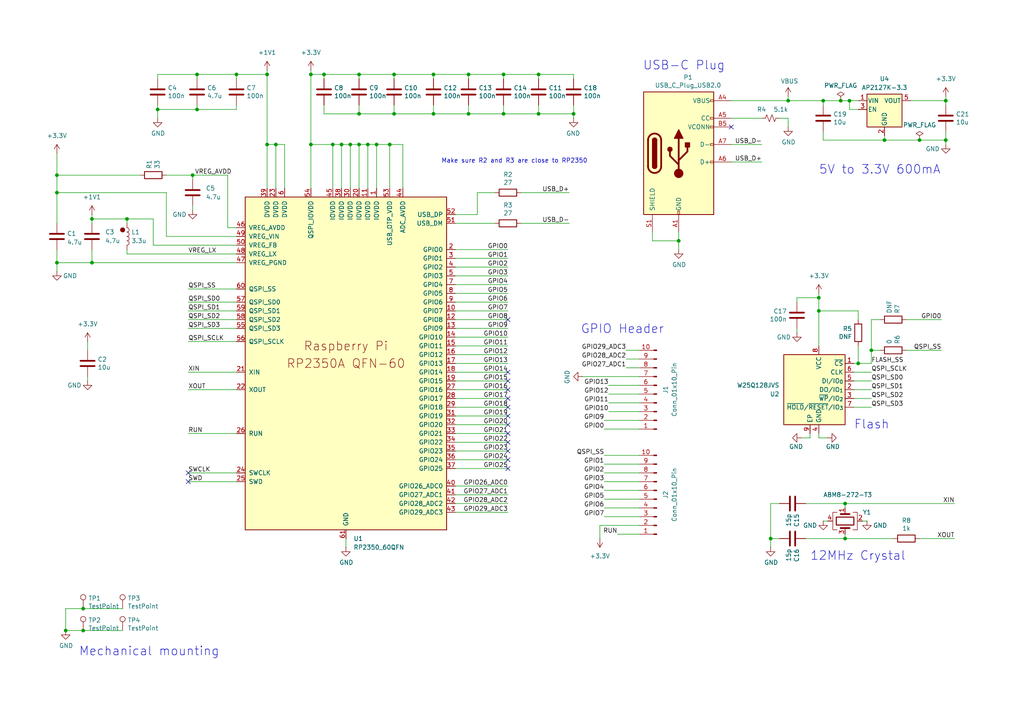
<source format=kicad_sch>
(kicad_sch (version 20250114) (generator "eeschema") (generator_version "9.0")
  (paper "A4")
  (title_block (title "RP2350 GPIO Card V1.2.1") (date "2025-08-06") (rev "X1") (company "SemiTO-V Student Team, Polytechnic University of Turin") (comment 1 "This work is licensed under a Creative Commons Attribution 4.0 International License") (comment 2 "Authors: Tan Siret Akıncı") (comment 3 "Framework Expansion Card template and RP2350A minimal board") (comment 4 "This schematic is based on:"))
  (lib_symbols
    (symbol "+1V1_1" (power) (pin_numbers (hide yes)) (pin_names (offset 0) (hide yes))
      (property "Value" "+1V1" (at 0 3.556 0))
      (symbol "+1V1_1_1_1"
        (pin power_in line (at 0 0 90) (length 0) (name "~") (number "1"))
      )
    )
    (symbol "Connector:Conn_01x10_Pin" (pin_names (offset 1.016) (hide yes))
      (property "Reference" "J" (at 0 12.7 0))
      (property "Value" "Conn_01x10_Pin" (at 0 -15.24 0))
      (symbol "Conn_01x10_Pin_1_1"
        (pin passive line (at 5.08 10.16 180) (length 3.81) (name "Pin_1") (number "1"))
        (pin passive line (at 5.08 7.62 180) (length 3.81) (name "Pin_2") (number "2"))
        (pin passive line (at 5.08 5.08 180) (length 3.81) (name "Pin_3") (number "3"))
        (pin passive line (at 5.08 2.54 180) (length 3.81) (name "Pin_4") (number "4"))
        (pin passive line (at 5.08 0 180) (length 3.81) (name "Pin_5") (number "5"))
        (pin passive line (at 5.08 -2.54 180) (length 3.81) (name "Pin_6") (number "6"))
        (pin passive line (at 5.08 -5.08 180) (length 3.81) (name "Pin_7") (number "7"))
        (pin passive line (at 5.08 -7.62 180) (length 3.81) (name "Pin_8") (number "8"))
        (pin passive line (at 5.08 -10.16 180) (length 3.81) (name "Pin_9") (number "9"))
        (pin passive line (at 5.08 -12.7 180) (length 3.81) (name "Pin_10") (number "10"))
      )
    )
    (symbol "Connector:TestPoint" (pin_numbers (hide yes)) (pin_names (offset 0.762) (hide yes))
      (property "Reference" "TP" (at 0 6.858 0))
      (property "Value" "TestPoint" (at 0 5.08 0))
      (symbol "TestPoint_1_1"
        (pin passive line (at 0 0 90) (length 2.54) (name "1") (number "1"))
      )
    )
    (symbol "Connector:USB_C_Plug_USB2.0" (pin_names (offset 1.016))
      (property "Reference" "P" (at -10.16 19.05 0))
      (property "Value" "USB_C_Plug_USB2.0" (at 12.7 19.05 0))
      (symbol "USB_C_Plug_USB2.0_1_1"
        (pin passive line (at -7.62 -22.86 90) (length 5.08) (name "SHIELD") (number "S1"))
        (pin passive line (at 0 -22.86 90) (length 5.08) (name "GND") (number "A1"))
        (pin passive line (at 0 -22.86 90) (length 5.08) (hide yes) (name "GND") (number "A12"))
        (pin passive line (at 0 -22.86 90) (length 5.08) (hide yes) (name "GND") (number "B1"))
        (pin passive line (at 0 -22.86 90) (length 5.08) (hide yes) (name "GND") (number "B12"))
        (pin passive line (at 15.24 15.24 180) (length 5.08) (name "VBUS") (number "A4"))
        (pin passive line (at 15.24 15.24 180) (length 5.08) (hide yes) (name "VBUS") (number "A9"))
        (pin passive line (at 15.24 15.24 180) (length 5.08) (hide yes) (name "VBUS") (number "B4"))
        (pin passive line (at 15.24 15.24 180) (length 5.08) (hide yes) (name "VBUS") (number "B9"))
        (pin bidirectional line (at 15.24 10.16 180) (length 5.08) (name "CC") (number "A5"))
        (pin bidirectional line (at 15.24 7.62 180) (length 5.08) (name "VCONN") (number "B5"))
        (pin bidirectional line (at 15.24 2.54 180) (length 5.08) (name "D-") (number "A7"))
        (pin bidirectional line (at 15.24 -2.54 180) (length 5.08) (name "D+") (number "A6"))
      )
    )
    (symbol "Device:C" (pin_numbers (hide yes)) (pin_names (offset 0.254))
      (property "Reference" "C" (at 0.635 2.54 0))
      (property "Value" "C" (at 0.635 -2.54 0))
      (symbol "C_1_1"
        (pin passive line (at 0 3.81 270) (length 2.794) (name "~") (number "1"))
        (pin passive line (at 0 -3.81 90) (length 2.794) (name "~") (number "2"))
      )
    )
    (symbol "Device:Crystal_GND24" (pin_names (offset 1.016) (hide yes))
      (property "Reference" "Y" (at 3.175 5.08 0))
      (property "Value" "Crystal_GND24" (at 3.175 3.175 0))
      (symbol "Crystal_GND24_1_1"
        (pin passive line (at -3.81 0 0) (length 1.27) (name "1") (number "1"))
        (pin passive line (at 0 5.08 270) (length 1.27) (name "2") (number "2"))
        (pin passive line (at 0 -5.08 90) (length 1.27) (name "4") (number "4"))
        (pin passive line (at 3.81 0 180) (length 1.27) (name "3") (number "3"))
      )
    )
    (symbol "Device:L" (pin_numbers (hide yes)) (pin_names (offset 1.016) (hide yes))
      (property "Reference" "L" (at -1.27 0 90))
      (property "Value" "L" (at 1.905 0 90))
      (symbol "L_1_1"
        (pin passive line (at 0 3.81 270) (length 1.27) (name "1") (number "1"))
        (pin passive line (at 0 -3.81 90) (length 1.27) (name "2") (number "2"))
      )
    )
    (symbol "Device:R" (pin_numbers (hide yes)) (pin_names (offset 0))
      (property "Reference" "R" (at 2.032 0 90))
      (property "Value" "R" (at 0 0 90))
      (symbol "R_1_1"
        (pin passive line (at 0 3.81 270) (length 1.27) (name "~") (number "1"))
        (pin passive line (at 0 -3.81 90) (length 1.27) (name "~") (number "2"))
      )
    )
    (symbol "Device:R_Small_US" (pin_numbers (hide yes)) (pin_names (offset 0.254) (hide yes))
      (property "Reference" "R" (at 0.762 0.508 0))
      (property "Value" "R_Small_US" (at 0.762 -1.016 0))
      (symbol "R_Small_US_1_1"
        (pin passive line (at 0 2.54 270) (length 1.016) (name "~") (number "1"))
        (pin passive line (at 0 -2.54 90) (length 1.016) (name "~") (number "2"))
      )
    )
    (symbol "MCU_RaspberryPi_RP2350:RP2350_60QFN" (pin_names (offset 1.016))
      (property "Reference" "U" (at -29.21 49.53 0))
      (property "Value" "RP2350_60QFN" (at 24.13 -49.53 0))
      (symbol "RP2350_60QFN_0_0"
        (text "Raspberry Pi" (at 0 5.08 0) (effects (font (size 2.54 2.54))))
      )
      (symbol "RP2350_60QFN_1_0"
        (text "RP2350A QFN-60" (at 0 0 0) (effects (font (size 2.54 2.54))))
      )
      (symbol "RP2350_60QFN_1_1"
        (pin power_in line (at -31.75 39.37 0) (length 2.54) (name "VREG_AVDD") (number "46"))
        (pin power_in line (at -31.75 36.83 0) (length 2.54) (name "VREG_VIN") (number "49"))
        (pin input line (at -31.75 34.29 0) (length 2.54) (name "VREG_FB") (number "50"))
        (pin power_out line (at -31.75 31.75 0) (length 2.54) (name "VREG_LX") (number "48"))
        (pin power_in line (at -31.75 29.21 0) (length 2.54) (name "VREG_PGND") (number "47"))
        (pin bidirectional line (at -31.75 21.59 0) (length 2.54) (name "QSPI_SS") (number "60"))
        (pin bidirectional line (at -31.75 17.78 0) (length 2.54) (name "QSPI_SD0") (number "57"))
        (pin bidirectional line (at -31.75 15.24 0) (length 2.54) (name "QSPI_SD1") (number "59"))
        (pin bidirectional line (at -31.75 12.7 0) (length 2.54) (name "QSPI_SD2") (number "58"))
        (pin bidirectional line (at -31.75 10.16 0) (length 2.54) (name "QSPI_SD3") (number "55"))
        (pin output line (at -31.75 6.35 0) (length 2.54) (name "QSPI_SCLK") (number "56"))
        (pin input line (at -31.75 -2.54 0) (length 2.54) (name "XIN") (number "21"))
        (pin passive line (at -31.75 -7.62 0) (length 2.54) (name "XOUT") (number "22"))
        (pin input line (at -31.75 -20.32 0) (length 2.54) (name "RUN") (number "26"))
        (pin output line (at -31.75 -31.75 0) (length 2.54) (name "SWCLK") (number "24"))
        (pin bidirectional line (at -31.75 -34.29 0) (length 2.54) (name "SWD") (number "25"))
        (pin power_in line (at -22.86 50.8 270) (length 2.54) (name "DVDD") (number "39"))
        (pin power_in line (at -20.32 50.8 270) (length 2.54) (name "DVDD") (number "23"))
        (pin power_in line (at -17.78 50.8 270) (length 2.54) (name "DVDD") (number "6"))
        (pin power_in line (at -10.16 50.8 270) (length 2.54) (name "QSPI_IOVDD") (number "54"))
        (pin power_in line (at -3.81 50.8 270) (length 2.54) (name "IOVDD") (number "45"))
        (pin power_in line (at -1.27 50.8 270) (length 2.54) (name "IOVDD") (number "38"))
        (pin power_in line (at 0 -50.8 90) (length 2.54) (name "GND") (number "61"))
        (pin power_in line (at 1.27 50.8 270) (length 2.54) (name "IOVDD") (number "30"))
        (pin power_in line (at 3.81 50.8 270) (length 2.54) (name "IOVDD") (number "20"))
        (pin power_in line (at 6.35 50.8 270) (length 2.54) (name "IOVDD") (number "11"))
        (pin power_in line (at 8.89 50.8 270) (length 2.54) (name "IOVDD") (number "1"))
        (pin power_in line (at 12.7 50.8 270) (length 2.54) (name "USB_OTP_VDD") (number "53"))
        (pin power_in line (at 16.51 50.8 270) (length 2.54) (name "ADC_AVDD") (number "44"))
        (pin bidirectional line (at 31.75 43.18 180) (length 2.54) (name "USB_DP") (number "52"))
        (pin bidirectional line (at 31.75 40.64 180) (length 2.54) (name "USB_DM") (number "51"))
        (pin bidirectional line (at 31.75 33.02 180) (length 2.54) (name "GPIO0") (number "2"))
        (pin bidirectional line (at 31.75 30.48 180) (length 2.54) (name "GPIO1") (number "3"))
        (pin bidirectional line (at 31.75 27.94 180) (length 2.54) (name "GPIO2") (number "4"))
        (pin bidirectional line (at 31.75 25.4 180) (length 2.54) (name "GPIO3") (number "5"))
        (pin bidirectional line (at 31.75 22.86 180) (length 2.54) (name "GPIO4") (number "7"))
        (pin bidirectional line (at 31.75 20.32 180) (length 2.54) (name "GPIO5") (number "8"))
        (pin bidirectional line (at 31.75 17.78 180) (length 2.54) (name "GPIO6") (number "9"))
        (pin bidirectional line (at 31.75 15.24 180) (length 2.54) (name "GPIO7") (number "10"))
        (pin bidirectional line (at 31.75 12.7 180) (length 2.54) (name "GPIO8") (number "12"))
        (pin bidirectional line (at 31.75 10.16 180) (length 2.54) (name "GPIO9") (number "13"))
        (pin bidirectional line (at 31.75 7.62 180) (length 2.54) (name "GPIO10") (number "14"))
        (pin bidirectional line (at 31.75 5.08 180) (length 2.54) (name "GPIO11") (number "15"))
        (pin bidirectional line (at 31.75 2.54 180) (length 2.54) (name "GPIO12") (number "16"))
        (pin bidirectional line (at 31.75 0 180) (length 2.54) (name "GPIO13") (number "17"))
        (pin bidirectional line (at 31.75 -2.54 180) (length 2.54) (name "GPIO14") (number "18"))
        (pin bidirectional line (at 31.75 -5.08 180) (length 2.54) (name "GPIO15") (number "19"))
        (pin bidirectional line (at 31.75 -7.62 180) (length 2.54) (name "GPIO16") (number "27"))
        (pin bidirectional line (at 31.75 -10.16 180) (length 2.54) (name "GPIO17") (number "28"))
        (pin bidirectional line (at 31.75 -12.7 180) (length 2.54) (name "GPIO18") (number "29"))
        (pin bidirectional line (at 31.75 -15.24 180) (length 2.54) (name "GPIO19") (number "31"))
        (pin bidirectional line (at 31.75 -17.78 180) (length 2.54) (name "GPIO20") (number "32"))
        (pin bidirectional line (at 31.75 -20.32 180) (length 2.54) (name "GPIO21") (number "33"))
        (pin bidirectional line (at 31.75 -22.86 180) (length 2.54) (name "GPIO22") (number "34"))
        (pin bidirectional line (at 31.75 -25.4 180) (length 2.54) (name "GPIO23") (number "35"))
        (pin bidirectional line (at 31.75 -27.94 180) (length 2.54) (name "GPIO24") (number "36"))
        (pin bidirectional line (at 31.75 -30.48 180) (length 2.54) (name "GPIO25") (number "37"))
        (pin bidirectional line (at 31.75 -35.56 180) (length 2.54) (name "GPIO26_ADC0") (number "40"))
        (pin bidirectional line (at 31.75 -38.1 180) (length 2.54) (name "GPIO27_ADC1") (number "41"))
        (pin bidirectional line (at 31.75 -40.64 180) (length 2.54) (name "GPIO28_ADC2") (number "42"))
        (pin bidirectional line (at 31.75 -43.18 180) (length 2.54) (name "GPIO29_ADC3") (number "43"))
      )
    )
    (symbol "Memory_Flash:W25Q128JVP"
      (property "Reference" "U" (at -6.35 11.43 0))
      (property "Value" "W25Q128JVP" (at 7.62 11.43 0))
      (symbol "W25Q128JVP_1_1"
        (pin input line (at -10.16 7.62 0) (length 2.54) (name "~{CS}") (number "1"))
        (pin input line (at -10.16 5.08 0) (length 2.54) (name "CLK") (number "6"))
        (pin bidirectional line (at -10.16 2.54 0) (length 2.54) (name "DI/IO_{0}") (number "5"))
        (pin bidirectional line (at -10.16 0 0) (length 2.54) (name "DO/IO_{1}") (number "2"))
        (pin bidirectional line (at -10.16 -2.54 0) (length 2.54) (name "~{WP}/IO_{2}") (number "3"))
        (pin bidirectional line (at -10.16 -5.08 0) (length 2.54) (name "~{HOLD}/~{RESET}/IO_{3}") (number "7"))
        (pin power_in line (at 0 12.7 270) (length 2.54) (name "VCC") (number "8"))
        (pin power_in line (at 0 -12.7 90) (length 2.54) (name "GND") (number "4"))
        (pin passive line (at 2.54 -12.7 90) (length 2.54) (name "EP") (number "9"))
      )
    )
    (symbol "Regulator_Linear:AP2127K-3.3" (pin_names (offset 0.254))
      (property "Reference" "U" (at -5.08 5.715 0))
      (property "Value" "AP2127K-3.3" (at 0 5.715 0))
      (symbol "AP2127K-3.3_1_1"
        (pin power_in line (at -7.62 2.54 0) (length 2.54) (name "VIN") (number "1"))
        (pin input line (at -7.62 0 0) (length 2.54) (name "EN") (number "3"))
        (pin power_in line (at 0 -7.62 90) (length 2.54) (name "GND") (number "2"))
        (pin no_connect line (at 5.08 0 180) (length 2.54) (hide yes) (name "NC") (number "4"))
        (pin power_out line (at 7.62 2.54 180) (length 2.54) (name "VOUT") (number "5"))
      )
    )
    (symbol "power:+3.3V" (power) (pin_numbers (hide yes)) (pin_names (offset 0) (hide yes))
      (property "Value" "+3.3V" (at 0 3.556 0))
      (symbol "+3.3V_1_1"
        (pin power_in line (at 0 0 90) (length 0) (name "~") (number "1"))
      )
    )
    (symbol "power:GND" (power) (pin_numbers (hide yes)) (pin_names (offset 0) (hide yes))
      (property "Value" "GND" (at 0 -3.81 0))
      (symbol "GND_1_1"
        (pin power_in line (at 0 0 270) (length 0) (name "~") (number "1"))
      )
    )
    (symbol "power:PWR_FLAG" (power) (pin_numbers (hide yes)) (pin_names (offset 0) (hide yes))
      (property "Value" "PWR_FLAG" (at 0 3.81 0))
      (symbol "PWR_FLAG_0_0"
        (pin power_out line (at 0 0 90) (length 0) (name "~") (number "1"))
      )
    )
    (symbol "power:VBUS" (power) (pin_numbers (hide yes)) (pin_names (offset 0) (hide yes))
      (property "Value" "VBUS" (at 0 3.556 0))
      (symbol "VBUS_1_1"
        (pin power_in line (at 0 0 90) (length 0) (name "~") (number "1"))
      )
    )
  )
  (circle (center 35.56 66.675) (radius 0.635) (stroke (width 0) (color 132 0 0 1)) (fill (type color) (color 132 0 0 1)))
  (text "GPIO Header" (at 168.402 97.028 0) (effects (font (size 2.54 2.54)) (justify left bottom)))
  (text "5V to 3.3V 600mA" (at 237.49 50.8 0) (effects (font (size 2.54 2.54)) (justify left bottom)))
  (text "USB-C Plug" (at 186.436 20.574 0) (effects (font (size 2.54 2.54)) (justify left bottom)))
  (text "Mechanical mounting" (at 22.86 190.5 0) (effects (font (size 2.54 2.54)) (justify left bottom)))
  (text "12MHz Crystal" (at 234.95 162.814 0) (effects (font (size 2.54 2.54)) (justify left bottom)))
  (text "Flash" (at 247.65 124.714 0) (effects (font (size 2.54 2.54)) (justify left bottom)))
  (text "Make sure R2 and R3 are close to RP2350\n" (at 128.016 47.498 0) (effects (font (size 1.27 1.27)) (justify left bottom)))
  (junction (at 68.58 21.59))
  (junction (at 77.47 41.91))
  (junction (at 228.6 29.21))
  (junction (at 101.6 41.91))
  (junction (at 16.51 76.2))
  (junction (at 135.89 33.02))
  (junction (at 55.88 50.8))
  (junction (at 24.13 182.88))
  (junction (at 77.47 21.59))
  (junction (at 57.15 21.59))
  (junction (at 252.73 101.6))
  (junction (at 245.11 146.05))
  (junction (at 36.83 63.5))
  (junction (at 80.01 41.91))
  (junction (at 156.21 33.02))
  (junction (at 238.76 29.21))
  (junction (at 135.89 21.59))
  (junction (at 248.92 105.41))
  (junction (at 156.21 21.59))
  (junction (at 146.05 33.02))
  (junction (at 16.51 50.8))
  (junction (at 256.54 40.64))
  (junction (at 16.51 55.88))
  (junction (at 57.15 31.75))
  (junction (at 19.05 182.88))
  (junction (at 106.68 41.91))
  (junction (at 245.11 156.21))
  (junction (at 104.14 21.59))
  (junction (at 109.22 41.91))
  (junction (at 223.52 156.21))
  (junction (at 243.84 29.21))
  (junction (at 113.03 41.91))
  (junction (at 266.7 40.64))
  (junction (at 90.17 41.91))
  (junction (at 125.73 33.02))
  (junction (at 90.17 21.59))
  (junction (at 246.38 29.21))
  (junction (at 104.14 41.91))
  (junction (at 237.49 90.17))
  (junction (at 26.67 76.2))
  (junction (at 24.13 176.53))
  (junction (at 274.32 40.64))
  (junction (at 93.98 21.59))
  (junction (at 114.3 21.59))
  (junction (at 196.85 69.85))
  (junction (at 104.14 33.02))
  (junction (at 146.05 21.59))
  (junction (at 274.32 29.21))
  (junction (at 114.3 33.02))
  (junction (at 166.37 33.02))
  (junction (at 26.67 63.5))
  (junction (at 99.06 41.91))
  (junction (at 45.72 31.75))
  (junction (at 96.52 41.91))
  (junction (at 237.49 86.36))
  (junction (at 125.73 21.59))
  (no_connect (at 147.32 120.65))
  (no_connect (at 54.61 139.7))
  (no_connect (at 147.32 110.49))
  (no_connect (at 147.32 125.73))
  (no_connect (at 54.61 137.16))
  (no_connect (at 147.32 130.81))
  (no_connect (at 147.32 135.89))
  (no_connect (at 147.32 123.19))
  (no_connect (at 147.32 92.71))
  (no_connect (at 212.09 36.83))
  (no_connect (at 147.32 115.57))
  (no_connect (at 147.32 107.95))
  (no_connect (at 147.32 128.27))
  (no_connect (at 147.32 118.11))
  (no_connect (at 147.32 113.03))
  (no_connect (at 147.32 133.35))
  (wire (pts (xy 247.65 107.95) (xy 252.73 107.95)))
  (wire (pts (xy 16.51 76.2) (xy 16.51 78.74)))
  (wire (pts (xy 274.32 29.21) (xy 274.32 27.94)))
  (wire (pts (xy 77.47 21.59) (xy 77.47 41.91)))
  (wire (pts (xy 57.15 21.59) (xy 68.58 21.59)))
  (wire (pts (xy 247.65 110.49) (xy 252.73 110.49)))
  (wire (pts (xy 90.17 21.59) (xy 93.98 21.59)))
  (wire (pts (xy 175.26 139.7) (xy 185.42 139.7)))
  (wire (pts (xy 16.51 55.88) (xy 16.51 64.77)))
  (wire (pts (xy 16.51 76.2) (xy 26.67 76.2)))
  (wire (pts (xy 55.88 50.8) (xy 55.88 52.07)))
  (wire (pts (xy 264.16 29.21) (xy 274.32 29.21)))
  (wire (pts (xy 99.06 41.91) (xy 101.6 41.91)))
  (wire (pts (xy 175.26 142.24) (xy 185.42 142.24)))
  (wire (pts (xy 237.49 85.09) (xy 237.49 86.36)))
  (wire (pts (xy 231.14 87.63) (xy 231.14 86.36)))
  (wire (pts (xy 196.85 72.39) (xy 196.85 69.85)))
  (wire (pts (xy 132.08 87.63) (xy 147.32 87.63)))
  (wire (pts (xy 132.08 102.87) (xy 147.32 102.87)))
  (wire (pts (xy 48.26 50.8) (xy 55.88 50.8)))
  (wire (pts (xy 247.65 115.57) (xy 252.73 115.57)))
  (wire (pts (xy 54.61 107.95) (xy 68.58 107.95)))
  (wire (pts (xy 132.08 140.97) (xy 147.32 140.97)))
  (wire (pts (xy 54.61 92.71) (xy 68.58 92.71)))
  (wire (pts (xy 135.89 21.59) (xy 146.05 21.59)))
  (wire (pts (xy 274.32 40.64) (xy 274.32 41.91)))
  (wire (pts (xy 166.37 33.02) (xy 156.21 33.02)))
  (wire (pts (xy 114.3 33.02) (xy 125.73 33.02)))
  (wire (pts (xy 132.08 97.79) (xy 147.32 97.79)))
  (wire (pts (xy 26.67 76.2) (xy 68.58 76.2)))
  (wire (pts (xy 226.06 156.21) (xy 223.52 156.21)))
  (wire (pts (xy 90.17 54.61) (xy 90.17 41.91)))
  (wire (pts (xy 250.19 151.13) (xy 251.46 151.13)))
  (wire (pts (xy 57.15 22.86) (xy 57.15 21.59)))
  (wire (pts (xy 175.26 132.08) (xy 185.42 132.08)))
  (wire (pts (xy 44.45 63.5) (xy 36.83 63.5)))
  (wire (pts (xy 248.92 31.75) (xy 246.38 31.75)))
  (wire (pts (xy 256.54 40.64) (xy 238.76 40.64)))
  (wire (pts (xy 237.49 100.33) (xy 237.49 90.17)))
  (wire (pts (xy 25.4 99.06) (xy 25.4 101.6)))
  (wire (pts (xy 104.14 54.61) (xy 104.14 41.91)))
  (wire (pts (xy 54.61 125.73) (xy 68.58 125.73)))
  (wire (pts (xy 109.22 41.91) (xy 109.22 54.61)))
  (wire (pts (xy 26.67 63.5) (xy 36.83 63.5)))
  (wire (pts (xy 26.67 72.39) (xy 26.67 76.2)))
  (wire (pts (xy 16.51 50.8) (xy 16.51 55.88)))
  (wire (pts (xy 101.6 54.61) (xy 101.6 41.91)))
  (wire (pts (xy 125.73 33.02) (xy 135.89 33.02)))
  (wire (pts (xy 68.58 99.06) (xy 54.61 99.06)))
  (wire (pts (xy 132.08 107.95) (xy 147.32 107.95)))
  (wire (pts (xy 113.03 41.91) (xy 116.84 41.91)))
  (wire (pts (xy 45.72 21.59) (xy 57.15 21.59)))
  (wire (pts (xy 238.76 151.13) (xy 240.03 151.13)))
  (wire (pts (xy 166.37 22.86) (xy 166.37 21.59)))
  (wire (pts (xy 247.65 113.03) (xy 252.73 113.03)))
  (wire (pts (xy 132.08 120.65) (xy 147.32 120.65)))
  (wire (pts (xy 132.08 72.39) (xy 147.32 72.39)))
  (wire (pts (xy 66.04 50.8) (xy 66.04 66.04)))
  (wire (pts (xy 223.52 146.05) (xy 223.52 156.21)))
  (wire (pts (xy 252.73 92.71) (xy 252.73 101.6)))
  (wire (pts (xy 80.01 41.91) (xy 82.55 41.91)))
  (wire (pts (xy 93.98 33.02) (xy 104.14 33.02)))
  (wire (pts (xy 132.08 64.77) (xy 143.51 64.77)))
  (wire (pts (xy 176.53 119.38) (xy 185.42 119.38)))
  (wire (pts (xy 232.41 127) (xy 234.95 127)))
  (wire (pts (xy 93.98 22.86) (xy 93.98 21.59)))
  (wire (pts (xy 132.08 118.11) (xy 147.32 118.11)))
  (wire (pts (xy 273.05 101.6) (xy 262.89 101.6)))
  (wire (pts (xy 228.6 27.94) (xy 228.6 29.21)))
  (wire (pts (xy 245.11 147.32) (xy 245.11 146.05)))
  (wire (pts (xy 90.17 21.59) (xy 90.17 41.91)))
  (wire (pts (xy 132.08 105.41) (xy 147.32 105.41)))
  (wire (pts (xy 48.26 68.58) (xy 68.58 68.58)))
  (wire (pts (xy 26.67 62.23) (xy 26.67 63.5)))
  (wire (pts (xy 96.52 41.91) (xy 99.06 41.91)))
  (wire (pts (xy 273.05 92.71) (xy 262.89 92.71)))
  (wire (pts (xy 246.38 29.21) (xy 243.84 29.21)))
  (wire (pts (xy 256.54 39.37) (xy 256.54 40.64)))
  (wire (pts (xy 151.13 64.77) (xy 165.1 64.77)))
  (wire (pts (xy 252.73 105.41) (xy 252.73 101.6)))
  (wire (pts (xy 185.42 101.6) (xy 181.61 101.6)))
  (wire (pts (xy 132.08 123.19) (xy 147.32 123.19)))
  (wire (pts (xy 166.37 30.48) (xy 166.37 33.02)))
  (wire (pts (xy 175.26 124.46) (xy 185.42 124.46)))
  (wire (pts (xy 16.51 44.45) (xy 16.51 50.8)))
  (wire (pts (xy 35.56 182.88) (xy 24.13 182.88)))
  (wire (pts (xy 166.37 21.59) (xy 156.21 21.59)))
  (wire (pts (xy 132.08 110.49) (xy 147.32 110.49)))
  (wire (pts (xy 54.61 90.17) (xy 68.58 90.17)))
  (wire (pts (xy 104.14 33.02) (xy 114.3 33.02)))
  (wire (pts (xy 247.65 105.41) (xy 248.92 105.41)))
  (wire (pts (xy 77.47 20.32) (xy 77.47 21.59)))
  (wire (pts (xy 132.08 85.09) (xy 147.32 85.09)))
  (wire (pts (xy 132.08 100.33) (xy 147.32 100.33)))
  (wire (pts (xy 212.09 41.91) (xy 220.98 41.91)))
  (wire (pts (xy 132.08 74.93) (xy 147.32 74.93)))
  (wire (pts (xy 245.11 146.05) (xy 276.86 146.05)))
  (wire (pts (xy 175.26 121.92) (xy 185.42 121.92)))
  (wire (pts (xy 132.08 113.03) (xy 147.32 113.03)))
  (wire (pts (xy 36.83 63.5) (xy 36.83 64.77)))
  (wire (pts (xy 99.06 54.61) (xy 99.06 41.91)))
  (wire (pts (xy 135.89 33.02) (xy 146.05 33.02)))
  (wire (pts (xy 114.3 21.59) (xy 125.73 21.59)))
  (wire (pts (xy 132.08 125.73) (xy 147.32 125.73)))
  (wire (pts (xy 132.08 128.27) (xy 147.32 128.27)))
  (wire (pts (xy 247.65 118.11) (xy 252.73 118.11)))
  (wire (pts (xy 66.04 66.04) (xy 68.58 66.04)))
  (wire (pts (xy 243.84 29.21) (xy 238.76 29.21)))
  (wire (pts (xy 135.89 22.86) (xy 135.89 21.59)))
  (wire (pts (xy 266.7 40.64) (xy 274.32 40.64)))
  (wire (pts (xy 234.95 127) (xy 234.95 125.73)))
  (wire (pts (xy 138.43 55.88) (xy 143.51 55.88)))
  (wire (pts (xy 255.27 92.71) (xy 252.73 92.71)))
  (wire (pts (xy 132.08 143.51) (xy 147.32 143.51)))
  (wire (pts (xy 106.68 41.91) (xy 109.22 41.91)))
  (wire (pts (xy 36.83 73.66) (xy 36.83 72.39)))
  (wire (pts (xy 35.56 176.53) (xy 24.13 176.53)))
  (wire (pts (xy 90.17 20.32) (xy 90.17 21.59)))
  (wire (pts (xy 132.08 92.71) (xy 147.32 92.71)))
  (wire (pts (xy 248.92 105.41) (xy 252.73 105.41)))
  (wire (pts (xy 132.08 130.81) (xy 147.32 130.81)))
  (wire (pts (xy 248.92 105.41) (xy 248.92 100.33)))
  (wire (pts (xy 45.72 31.75) (xy 45.72 34.29)))
  (wire (pts (xy 24.13 182.88) (xy 19.05 182.88)))
  (wire (pts (xy 228.6 29.21) (xy 238.76 29.21)))
  (wire (pts (xy 68.58 113.03) (xy 54.61 113.03)))
  (wire (pts (xy 68.58 31.75) (xy 68.58 30.48)))
  (wire (pts (xy 176.53 111.76) (xy 185.42 111.76)))
  (wire (pts (xy 116.84 41.91) (xy 116.84 54.61)))
  (wire (pts (xy 45.72 22.86) (xy 45.72 21.59)))
  (wire (pts (xy 90.17 41.91) (xy 96.52 41.91)))
  (wire (pts (xy 255.27 101.6) (xy 252.73 101.6)))
  (wire (pts (xy 179.07 154.94) (xy 185.42 154.94)))
  (wire (pts (xy 212.09 46.99) (xy 220.98 46.99)))
  (wire (pts (xy 57.15 30.48) (xy 57.15 31.75)))
  (wire (pts (xy 176.53 116.84) (xy 185.42 116.84)))
  (wire (pts (xy 151.13 55.88) (xy 165.1 55.88)))
  (wire (pts (xy 156.21 30.48) (xy 156.21 33.02)))
  (wire (pts (xy 233.68 156.21) (xy 245.11 156.21)))
  (wire (pts (xy 189.23 69.85) (xy 196.85 69.85)))
  (wire (pts (xy 173.99 156.21) (xy 173.99 152.4)))
  (wire (pts (xy 175.26 137.16) (xy 185.42 137.16)))
  (wire (pts (xy 146.05 21.59) (xy 156.21 21.59)))
  (wire (pts (xy 248.92 92.71) (xy 248.92 90.17)))
  (wire (pts (xy 231.14 95.25) (xy 231.14 96.52)))
  (wire (pts (xy 175.26 149.86) (xy 185.42 149.86)))
  (wire (pts (xy 185.42 106.68) (xy 181.61 106.68)))
  (wire (pts (xy 80.01 41.91) (xy 77.47 41.91)))
  (wire (pts (xy 26.67 64.77) (xy 26.67 63.5)))
  (wire (pts (xy 132.08 135.89) (xy 147.32 135.89)))
  (wire (pts (xy 226.06 146.05) (xy 223.52 146.05)))
  (wire (pts (xy 231.14 86.36) (xy 237.49 86.36)))
  (wire (pts (xy 132.08 148.59) (xy 147.32 148.59)))
  (wire (pts (xy 132.08 82.55) (xy 147.32 82.55)))
  (wire (pts (xy 96.52 54.61) (xy 96.52 41.91)))
  (wire (pts (xy 173.99 152.4) (xy 185.42 152.4)))
  (wire (pts (xy 274.32 30.48) (xy 274.32 29.21)))
  (wire (pts (xy 44.45 71.12) (xy 44.45 63.5)))
  (wire (pts (xy 245.11 156.21) (xy 259.08 156.21)))
  (wire (pts (xy 246.38 31.75) (xy 246.38 29.21)))
  (wire (pts (xy 189.23 67.31) (xy 189.23 69.85)))
  (wire (pts (xy 132.08 115.57) (xy 147.32 115.57)))
  (wire (pts (xy 54.61 83.82) (xy 68.58 83.82)))
  (wire (pts (xy 146.05 30.48) (xy 146.05 33.02)))
  (wire (pts (xy 238.76 40.64) (xy 238.76 38.1)))
  (wire (pts (xy 24.13 176.53) (xy 19.05 176.53)))
  (wire (pts (xy 132.08 62.23) (xy 138.43 62.23)))
  (wire (pts (xy 114.3 30.48) (xy 114.3 33.02)))
  (wire (pts (xy 45.72 30.48) (xy 45.72 31.75)))
  (wire (pts (xy 104.14 30.48) (xy 104.14 33.02)))
  (wire (pts (xy 48.26 55.88) (xy 48.26 68.58)))
  (wire (pts (xy 248.92 29.21) (xy 246.38 29.21)))
  (wire (pts (xy 175.26 134.62) (xy 185.42 134.62)))
  (wire (pts (xy 114.3 22.86) (xy 114.3 21.59)))
  (wire (pts (xy 185.42 104.14) (xy 181.61 104.14)))
  (wire (pts (xy 68.58 21.59) (xy 77.47 21.59)))
  (wire (pts (xy 104.14 41.91) (xy 106.68 41.91)))
  (wire (pts (xy 233.68 146.05) (xy 245.11 146.05)))
  (wire (pts (xy 68.58 137.16) (xy 54.61 137.16)))
  (wire (pts (xy 104.14 22.86) (xy 104.14 21.59)))
  (wire (pts (xy 132.08 95.25) (xy 147.32 95.25)))
  (wire (pts (xy 68.58 71.12) (xy 44.45 71.12)))
  (wire (pts (xy 256.54 40.64) (xy 266.7 40.64)))
  (wire (pts (xy 54.61 87.63) (xy 68.58 87.63)))
  (wire (pts (xy 125.73 21.59) (xy 135.89 21.59)))
  (wire (pts (xy 156.21 33.02) (xy 146.05 33.02)))
  (wire (pts (xy 19.05 176.53) (xy 19.05 182.88)))
  (wire (pts (xy 100.33 156.21) (xy 100.33 158.75)))
  (wire (pts (xy 109.22 41.91) (xy 113.03 41.91)))
  (wire (pts (xy 132.08 133.35) (xy 147.32 133.35)))
  (wire (pts (xy 237.49 86.36) (xy 237.49 90.17)))
  (wire (pts (xy 82.55 41.91) (xy 82.55 54.61)))
  (wire (pts (xy 138.43 55.88) (xy 138.43 62.23)))
  (wire (pts (xy 104.14 21.59) (xy 114.3 21.59)))
  (wire (pts (xy 266.7 156.21) (xy 276.86 156.21)))
  (wire (pts (xy 57.15 31.75) (xy 68.58 31.75)))
  (wire (pts (xy 237.49 90.17) (xy 248.92 90.17)))
  (wire (pts (xy 16.51 50.8) (xy 40.64 50.8)))
  (wire (pts (xy 25.4 109.22) (xy 25.4 110.49)))
  (wire (pts (xy 132.08 77.47) (xy 147.32 77.47)))
  (wire (pts (xy 68.58 22.86) (xy 68.58 21.59)))
  (wire (pts (xy 196.85 69.85) (xy 196.85 67.31)))
  (wire (pts (xy 176.53 114.3) (xy 185.42 114.3)))
  (wire (pts (xy 274.32 38.1) (xy 274.32 40.64)))
  (wire (pts (xy 16.51 72.39) (xy 16.51 76.2)))
  (wire (pts (xy 68.58 139.7) (xy 54.61 139.7)))
  (wire (pts (xy 45.72 31.75) (xy 57.15 31.75)))
  (wire (pts (xy 146.05 22.86) (xy 146.05 21.59)))
  (wire (pts (xy 55.88 60.96) (xy 55.88 59.69)))
  (wire (pts (xy 237.49 127) (xy 237.49 125.73)))
  (wire (pts (xy 240.03 127) (xy 237.49 127)))
  (wire (pts (xy 212.09 34.29) (xy 220.98 34.29)))
  (wire (pts (xy 212.09 29.21) (xy 228.6 29.21)))
  (wire (pts (xy 175.26 147.32) (xy 185.42 147.32)))
  (wire (pts (xy 238.76 30.48) (xy 238.76 29.21)))
  (wire (pts (xy 168.91 109.22) (xy 185.42 109.22)))
  (wire (pts (xy 101.6 41.91) (xy 104.14 41.91)))
  (wire (pts (xy 132.08 90.17) (xy 147.32 90.17)))
  (wire (pts (xy 226.06 34.29) (xy 228.6 34.29)))
  (wire (pts (xy 93.98 21.59) (xy 104.14 21.59)))
  (wire (pts (xy 175.26 144.78) (xy 185.42 144.78)))
  (wire (pts (xy 106.68 54.61) (xy 106.68 41.91)))
  (wire (pts (xy 80.01 54.61) (xy 80.01 41.91)))
  (wire (pts (xy 55.88 50.8) (xy 66.04 50.8)))
  (wire (pts (xy 36.83 73.66) (xy 68.58 73.66)))
  (wire (pts (xy 245.11 154.94) (xy 245.11 156.21)))
  (wire (pts (xy 135.89 30.48) (xy 135.89 33.02)))
  (wire (pts (xy 132.08 80.01) (xy 147.32 80.01)))
  (wire (pts (xy 228.6 34.29) (xy 228.6 36.83)))
  (wire (pts (xy 125.73 30.48) (xy 125.73 33.02)))
  (wire (pts (xy 223.52 156.21) (xy 223.52 158.75)))
  (wire (pts (xy 93.98 30.48) (xy 93.98 33.02)))
  (wire (pts (xy 113.03 54.61) (xy 113.03 41.91)))
  (wire (pts (xy 77.47 41.91) (xy 77.47 54.61)))
  (wire (pts (xy 125.73 22.86) (xy 125.73 21.59)))
  (wire (pts (xy 166.37 33.02) (xy 166.37 34.29)))
  (wire (pts (xy 156.21 21.59) (xy 156.21 22.86)))
  (wire (pts (xy 54.61 95.25) (xy 68.58 95.25)))
  (wire (pts (xy 16.51 55.88) (xy 48.26 55.88)))
  (wire (pts (xy 132.08 146.05) (xy 147.32 146.05)))
  (label "QSPI_SD2" (at 54.61 92.71 0))
  (label "QSPI_SS" (at 54.61 83.82 0))
  (label "GPIO15" (at 147.32 110.49 180))
  (label "GPIO6" (at 147.32 87.63 180))
  (label "GPIO18" (at 147.32 118.11 180))
  (label "GPIO2" (at 147.32 77.47 180))
  (label "GPIO22" (at 147.32 128.27 180))
  (label "RUN" (at 179.07 154.94 180))
  (label "GPIO2" (at 175.26 137.16 180))
  (label "GPIO28_ADC2" (at 181.61 104.14 180))
  (label "USB_D+" (at 220.98 46.99 180))
  (label "USB_D+" (at 165.1 55.88 180))
  (label "GPIO5" (at 175.26 144.78 180))
  (label "SWD" (at 54.61 139.7 0))
  (label "GPIO10" (at 176.53 119.38 180))
  (label "GPIO8" (at 147.32 92.71 180))
  (label "GPIO25" (at 147.32 135.89 180))
  (label "GPIO29_ADC3" (at 181.61 101.6 180))
  (label "USB_D-" (at 220.98 41.91 180))
  (label "QSPI_SD1" (at 252.73 113.03 0))
  (label "QSPI_SCLK" (at 252.73 107.95 0))
  (label "GPIO26_ADC0" (at 147.32 140.97 180))
  (label "GPIO24" (at 147.32 133.35 180))
  (label "GPIO10" (at 147.32 97.79 180))
  (label "GPIO23" (at 147.32 130.81 180))
  (label "GPIO12" (at 176.53 114.3 180))
  (label "RUN" (at 54.61 125.73 0))
  (label "QSPI_SD3" (at 54.61 95.25 0))
  (label "GPIO7" (at 175.26 149.86 180))
  (label "GPIO29_ADC3" (at 147.32 148.59 180))
  (label "GPIO19" (at 147.32 120.65 180))
  (label "FLASH_SS" (at 252.73 105.41 0))
  (label "GPIO17" (at 147.32 115.57 180))
  (label "QSPI_SD3" (at 252.73 118.11 0))
  (label "USB_D-" (at 165.1 64.77 180))
  (label "VREG_LX" (at 54.61 73.66 0))
  (label "GPIO9" (at 175.26 121.92 180))
  (label "GPIO12" (at 147.32 102.87 180))
  (label "GPIO27_ADC1" (at 181.61 106.68 180))
  (label "GPIO28_ADC2" (at 147.32 146.05 180))
  (label "QSPI_SS" (at 175.26 132.08 180))
  (label "QSPI_SD2" (at 252.73 115.57 0))
  (label "XIN" (at 276.86 146.05 180))
  (label "GPIO13" (at 176.53 111.76 180))
  (label "GPIO0" (at 175.26 124.46 180))
  (label "QSPI_SD0" (at 54.61 87.63 0))
  (label "GPIO27_ADC1" (at 147.32 143.51 180))
  (label "XOUT" (at 276.86 156.21 180))
  (label "GPIO4" (at 147.32 82.55 180))
  (label "QSPI_SD1" (at 54.61 90.17 0))
  (label "GPIO16" (at 147.32 113.03 180))
  (label "QSPI_SD0" (at 252.73 110.49 0))
  (label "GPIO0" (at 147.32 72.39 180))
  (label "GPIO0" (at 273.05 92.71 180))
  (label "GPIO1" (at 147.32 74.93 180))
  (label "GPIO1" (at 175.26 134.62 180))
  (label "VREG_AVDD" (at 56.515 50.8 0))
  (label "GPIO3" (at 175.26 139.7 180))
  (label "GPIO3" (at 147.32 80.01 180))
  (label "QSPI_SS" (at 273.05 101.6 180))
  (label "QSPI_SCLK" (at 54.61 99.06 0))
  (label "GPIO6" (at 175.26 147.32 180))
  (label "GPIO11" (at 147.32 100.33 180))
  (label "GPIO4" (at 175.26 142.24 180))
  (label "XOUT" (at 54.61 113.03 0))
  (label "GPIO20" (at 147.32 123.19 180))
  (label "GPIO11" (at 176.53 116.84 180))
  (label "GPIO5" (at 147.32 85.09 180))
  (label "XIN" (at 54.61 107.95 0))
  (label "GPIO13" (at 147.32 105.41 180))
  (label "SWCLK" (at 54.61 137.16 0))
  (label "GPIO7" (at 147.32 90.17 180))
  (label "GPIO9" (at 147.32 95.25 180))
  (label "GPIO14" (at 147.32 107.95 180))
  (label "GPIO21" (at 147.32 125.73 180))
  (symbol (lib_id "power:GND") (at 100.33 158.75 0) (unit 1)
    (property "Reference" "#PWR011" (effects (hide yes)))
    (property "Value" "GND" (at 100.457 163.1442 0))
  )
  (symbol (lib_id "Device:R") (at 147.32 55.88 270) (unit 1)
    (property "Reference" "R2" (at 147.32 50.6222 90))
    (property "Value" "27" (at 147.32 52.9336 90))
    (property "Footprint" "Resistor_SMD:R_0402_1005Metric" (effects (hide yes)))
  )
  (symbol (lib_id "Device:R") (at 147.32 64.77 270) (unit 1)
    (property "Reference" "R3" (at 147.32 59.5122 90))
    (property "Value" "27" (at 147.32 61.8236 90))
    (property "Footprint" "Resistor_SMD:R_0402_1005Metric" (effects (hide yes)))
  )
  (symbol (lib_id "Device:C") (at 93.98 26.67 0) (unit 1)
    (property "Reference" "C8" (at 96.901 25.5016 0) (effects (justify left)))
    (property "Value" "100n" (at 96.901 27.813 0) (effects (justify left)))
    (property "Footprint" "Capacitor_SMD:C_0402_1005Metric" (effects (hide yes)))
  )
  (symbol (lib_id "Device:C") (at 104.14 26.67 0) (unit 1)
    (property "Reference" "C9" (at 107.061 25.5016 0) (effects (justify left)))
    (property "Value" "100n" (at 107.061 27.813 0) (effects (justify left)))
    (property "Footprint" "Capacitor_SMD:C_0402_1005Metric" (effects (hide yes)))
  )
  (symbol (lib_id "Device:C") (at 114.3 26.67 0) (unit 1)
    (property "Reference" "C10" (at 117.221 25.5016 0) (effects (justify left)))
    (property "Value" "100n" (at 117.221 27.813 0) (effects (justify left)))
    (property "Footprint" "Capacitor_SMD:C_0402_1005Metric" (effects (hide yes)))
  )
  (symbol (lib_id "Device:C") (at 125.73 26.67 0) (unit 1)
    (property "Reference" "C12" (at 128.651 25.5016 0) (effects (justify left)))
    (property "Value" "100n" (at 128.651 27.813 0) (effects (justify left)))
    (property "Footprint" "Capacitor_SMD:C_0402_1005Metric" (effects (hide yes)))
  )
  (symbol (lib_id "Device:C") (at 135.89 26.67 0) (unit 1)
    (property "Reference" "C13" (at 138.811 25.5016 0) (effects (justify left)))
    (property "Value" "100n" (at 138.811 27.813 0) (effects (justify left)))
    (property "Footprint" "Capacitor_SMD:C_0402_1005Metric" (effects (hide yes)))
  )
  (symbol (lib_id "Device:C") (at 274.32 34.29 0) (unit 1)
    (property "Reference" "C21" (at 277.241 33.1216 0) (effects (justify left)))
    (property "Value" "10u" (at 277.241 35.433 0) (effects (justify left)))
    (property "Footprint" "Capacitor_SMD:C_0805_2012Metric" (effects (hide yes)))
  )
  (symbol (lib_id "Device:C") (at 25.4 105.41 0) (unit 1)
    (property "Reference" "C2" (at 28.321 104.2416 0) (effects (justify left)))
    (property "Value" "10u" (at 28.321 106.553 0) (effects (justify left)))
    (property "Footprint" "Capacitor_SMD:C_0805_2012Metric" (effects (hide yes)))
  )
  (symbol (lib_id "power:GND") (at 25.4 110.49 0) (unit 1)
    (property "Reference" "#PWR05" (effects (hide yes)))
    (property "Value" "GND" (at 21.59 111.76 0))
  )
  (symbol (lib_id "Connector:USB_C_Plug_USB2.0") (at 196.85 44.45 0) (unit 1)
    (property "Reference" "P1" (at 199.5678 22.4282 0))
    (property "Value" "USB_C_Plug_USB2.0" (at 199.5678 24.7396 0))
    (property "Footprint" "Expansion_Card:USB_C_Plug_Molex_105444" (effects (hide yes)))
    (property "Datasheet" "https://www.usb.org/sites/default/files/documents/usb_type-c.zip" (effects (hide yes)))
  )
  (symbol (lib_id "Device:R_Small_US") (at 223.52 34.29 90) (unit 1)
    (property "Reference" "R4" (at 222.25 31.75 90) (effects (justify left)))
    (property "Value" "5.1k" (at 228.6 31.75 90) (effects (justify left)))
    (property "Footprint" "Resistor_SMD:R_0402_1005Metric" (effects (hide yes)))
  )
  (symbol (lib_id "power:GND") (at 196.85 72.39 0) (unit 1)
    (property "Reference" "#PWR015" (effects (hide yes)))
    (property "Value" "GND" (at 196.977 76.7842 0))
  )
  (symbol (lib_id "power:GND") (at 228.6 36.83 0) (unit 1)
    (property "Reference" "#PWR018" (effects (hide yes)))
    (property "Value" "GND" (at 228.727 41.2242 0))
  )
  (symbol (lib_id "Connector:TestPoint") (at 35.56 176.53 0) (unit 1)
    (property "Reference" "TP3" (at 37.0332 173.5328 0) (effects (justify left)))
    (property "Value" "TestPoint" (at 37.0332 175.8442 0) (effects (justify left)))
    (property "Footprint" "TestPoint:TestPoint_Pad_1.5x1.5mm" (effects (hide yes)))
  )
  (symbol (lib_id "Connector:TestPoint") (at 24.13 176.53 0) (unit 1)
    (property "Reference" "TP1" (at 25.6032 173.5328 0) (effects (justify left)))
    (property "Value" "TestPoint" (at 25.6032 175.8442 0) (effects (justify left)))
    (property "Footprint" "TestPoint:TestPoint_Pad_1.5x1.5mm" (effects (hide yes)))
  )
  (symbol (lib_id "Connector:TestPoint") (at 24.13 182.88 0) (unit 1)
    (property "Reference" "TP2" (at 25.6032 179.8828 0) (effects (justify left)))
    (property "Value" "TestPoint" (at 25.6032 182.1942 0) (effects (justify left)))
    (property "Footprint" "TestPoint:TestPoint_Pad_1.5x1.5mm" (effects (hide yes)))
  )
  (symbol (lib_id "Connector:TestPoint") (at 35.56 182.88 0) (unit 1)
    (property "Reference" "TP4" (at 37.0332 179.8828 0) (effects (justify left)))
    (property "Value" "TestPoint" (at 37.0332 182.1942 0) (effects (justify left)))
    (property "Footprint" "TestPoint:TestPoint_Pad_1.5x1.5mm" (effects (hide yes)))
  )
  (symbol (lib_id "power:GND") (at 19.05 182.88 0) (unit 1)
    (property "Reference" "#PWR03" (effects (hide yes)))
    (property "Value" "GND" (at 19.177 187.2742 0))
  )
  (symbol (lib_id "Device:C") (at 68.58 26.67 0) (unit 1)
    (property "Reference" "C7" (at 71.501 25.5016 0) (effects (justify left)))
    (property "Value" "100n" (at 71.501 27.813 0) (effects (justify left)))
    (property "Footprint" "Capacitor_SMD:C_0402_1005Metric" (effects (hide yes)))
  )
  (symbol (lib_id "power:+3.3V") (at 274.32 27.94 0) (unit 1)
    (property "Reference" "#PWR013" (effects (hide yes)))
    (property "Value" "+3.3V" (at 274.32 22.86 0))
    (property "Description" "Power symbol creates a global label with name \"+3.3V\"" (effects (hide yes)))
  )
  (symbol (lib_id "power:GND") (at 55.88 60.96 0) (unit 1)
    (property "Reference" "#PWR08" (effects (hide yes)))
    (property "Value" "GND" (at 52.07 62.23 0))
  )
  (symbol (lib_id "power:PWR_FLAG") (at 266.7 40.64 0) (unit 1)
    (property "Reference" "#FLG04" (effects (hide yes)))
    (property "Value" "PWR_FLAG" (at 266.7 36.2458 0))
  )
  (symbol (lib_id "Device:C") (at 146.05 26.67 0) (unit 1)
    (property "Reference" "C14" (at 148.971 25.5016 0) (effects (justify left)))
    (property "Value" "100n" (at 148.971 27.813 0) (effects (justify left)))
    (property "Footprint" "Capacitor_SMD:C_0402_1005Metric" (effects (hide yes)))
  )
  (symbol (lib_id "Device:R") (at 248.92 96.52 0) (mirror y) (unit 1)
    (property "Reference" "R5" (at 247.142 95.3516 0) (effects (justify left)))
    (property "Value" "DNF" (at 247.142 97.663 0) (effects (justify left)))
    (property "Footprint" "Resistor_SMD:R_0402_1005Metric" (effects (hide yes)))
  )
  (symbol (lib_id "Connector:Conn_01x10_Pin") (at 190.5 114.3 180) (unit 1)
    (property "Reference" "J1" (at 193.04 113.03 90))
    (property "Value" "Conn_01x10_Pin" (at 195.58 113.03 90))
    (property "Footprint" "RP2350CardCustomFootprintsLibrary:Custom_Harwin_M20-89010xx_1x10_P2.54mm_Horizontal" (effects (hide yes)))
    (property "Description" "Generic connector, single row, 01x10, script generated" (effects (hide yes)))
  )
  (symbol (lib_id "power:GND") (at 223.52 158.75 0) (unit 1)
    (property "Reference" "#PWR016" (effects (hide yes)))
    (property "Value" "GND" (at 223.647 163.1442 0))
  )
  (symbol (lib_id "Connector:Conn_01x10_Pin") (at 190.5 144.78 180) (unit 1)
    (property "Reference" "J2" (at 193.04 143.51 90))
    (property "Value" "Conn_01x10_Pin" (at 195.58 143.51 90))
    (property "Footprint" "RP2350CardCustomFootprintsLibrary:Custom_Harwin_M20-89010xx_1x10_P2.54mm_Horizontal" (effects (hide yes)))
    (property "Description" "Generic connector, single row, 01x10, script generated" (effects (hide yes)))
  )
  (symbol (lib_id "Device:C") (at 166.37 26.67 0) (unit 1)
    (property "Reference" "C18" (at 169.291 25.5016 0) (effects (justify left)))
    (property "Value" "100n" (at 169.291 27.813 0) (effects (justify left)))
    (property "Footprint" "Capacitor_SMD:C_0402_1005Metric" (effects (hide yes)))
  )
  (symbol (lib_id "Device:R") (at 44.45 50.8 90) (unit 1)
    (property "Reference" "R1" (at 43.2816 49.022 0) (effects (justify left)))
    (property "Value" "33" (at 45.593 49.022 0) (effects (justify left)))
    (property "Footprint" "Resistor_SMD:R_0402_1005Metric" (effects (hide yes)))
  )
  (symbol (lib_id "Device:C") (at 16.51 68.58 0) (unit 1)
    (property "Reference" "C1" (at 19.431 67.7453 0) (effects (justify left)))
    (property "Value" "4.7u" (at 19.431 70.2822 0) (effects (justify left)))
    (property "Footprint" "RP2350_60QFN_minimal:C_0402_1005Metric_small_pads" (effects (hide yes)))
  )
  (symbol (lib_id "power:GND") (at 251.46 151.13 0) (unit 1)
    (property "Reference" "#PWR026" (effects (hide yes)))
    (property "Value" "GND" (at 255.27 152.4 0))
  )
  (symbol (lib_id "power:GND") (at 45.72 34.29 0) (unit 1)
    (property "Reference" "#PWR07" (effects (hide yes)))
    (property "Value" "GND" (at 45.847 38.6842 0))
  )
  (symbol (lib_id "Device:C") (at 229.87 156.21 270) (unit 1)
    (property "Reference" "C16" (at 231.0384 159.131 0) (effects (justify left)))
    (property "Value" "15p" (at 228.727 159.131 0) (effects (justify left)))
    (property "Footprint" "Capacitor_SMD:C_0402_1005Metric" (effects (hide yes)))
  )
  (symbol (lib_id "Device:C") (at 26.67 68.58 0) (unit 1)
    (property "Reference" "C3" (at 30.48 67.31 0) (effects (justify left)))
    (property "Value" "4.7u" (at 30.48 69.85 0) (effects (justify left)))
    (property "Footprint" "RP2350_60QFN_minimal:C_0402_1005Metric_small_pads" (effects (hide yes)))
  )
  (symbol (lib_id "power:GND") (at 240.03 127 90) (mirror x) (unit 1)
    (property "Reference" "#PWR023" (effects (hide yes)))
    (property "Value" "GND" (at 241.554 129.54 90))
  )
  (symbol (lib_name "+1V1_1") (lib_id "power:+1V1") (at 77.47 20.32 0) (unit 1)
    (property "Reference" "#PWR06" (effects (hide yes)))
    (property "Value" "+1V1" (at 77.47 15.24 0))
    (property "Description" "Power symbol creates a global label with name \"+1V1\"" (effects (hide yes)))
  )
  (symbol (lib_id "Device:C") (at 55.88 55.88 0) (unit 1)
    (property "Reference" "C5" (at 59.69 54.61 0) (effects (justify left)))
    (property "Value" "4.7u" (at 59.69 57.15 0) (effects (justify left)))
    (property "Footprint" "Capacitor_SMD:C_0402_1005Metric" (effects (hide yes)))
  )
  (symbol (lib_id "power:PWR_FLAG") (at 243.84 29.21 0) (unit 1)
    (property "Reference" "#FLG03" (effects (hide yes)))
    (property "Value" "PWR_FLAG" (at 243.84 24.8158 0))
  )
  (symbol (lib_id "power:+3.3V") (at 173.99 156.21 180) (unit 1)
    (property "Reference" "#PWR010" (effects (hide yes)))
    (property "Value" "+3.3V" (at 173.99 161.29 0))
    (property "Description" "Power symbol creates a global label with name \"+3.3V\"" (effects (hide yes)))
  )
  (symbol (lib_id "Device:R") (at 259.08 101.6 270) (mirror x) (unit 1)
    (property "Reference" "R6" (at 260.2484 99.822 0) (effects (justify left)))
    (property "Value" "0" (at 257.937 99.822 0) (effects (justify left)))
    (property "Footprint" "Resistor_SMD:R_0402_1005Metric" (effects (hide yes)))
  )
  (symbol (lib_id "power:GND") (at 231.14 96.52 0) (mirror y) (unit 1)
    (property "Reference" "#PWR019" (effects (hide yes)))
    (property "Value" "GND" (at 227.33 97.79 0))
  )
  (symbol (lib_id "Device:C") (at 238.76 34.29 0) (unit 1)
    (property "Reference" "C19" (at 241.681 33.1216 0) (effects (justify left)))
    (property "Value" "10u" (at 241.681 35.433 0) (effects (justify left)))
    (property "Footprint" "Capacitor_SMD:C_0805_2012Metric" (effects (hide yes)))
  )
  (symbol (lib_id "Device:R") (at 262.89 156.21 270) (unit 1)
    (property "Reference" "R8" (at 262.89 150.9522 90))
    (property "Value" "1k" (at 262.89 153.2636 90))
    (property "Footprint" "Resistor_SMD:R_0402_1005Metric" (effects (hide yes)))
  )
  (symbol (lib_id "power:GND") (at 168.91 109.22 270) (unit 1)
    (property "Reference" "#PWR014" (effects (hide yes)))
    (property "Value" "GND" (at 164.5158 109.347 0))
  )
  (symbol (lib_id "power:+3.3V") (at 16.51 44.45 0) (unit 1)
    (property "Reference" "#PWR01" (effects (hide yes)))
    (property "Value" "+3.3V" (at 16.51 39.37 0))
    (property "Description" "Power symbol creates a global label with name \"+3.3V\"" (effects (hide yes)))
  )
  (symbol (lib_id "Device:C") (at 45.72 26.67 0) (unit 1)
    (property "Reference" "C4" (at 48.641 25.5016 0) (effects (justify left)))
    (property "Value" "100n" (at 48.641 27.813 0) (effects (justify left)))
    (property "Footprint" "Capacitor_SMD:C_0402_1005Metric" (effects (hide yes)))
  )
  (symbol (lib_id "Memory_Flash:W25Q128JVP") (at 237.49 113.03 0) (mirror y) (unit 1)
    (property "Reference" "U2" (at 226.06 114.3001 0) (effects (justify left)))
    (property "Value" "W25Q128JVS" (at 226.06 111.7601 0) (effects (justify left)))
    (property "Footprint" "Package_SON:WSON-8-1EP_6x5mm_P1.27mm_EP3.4x4.3mm" (effects (hide yes)))
    (property "Datasheet" "https://www.winbond.com/resource-files/w25q128jv_dtr%20revc%2003272018%20plus.pdf" (effects (hide yes)))
    (property "Description" "128Mbit / 16MiB Serial Flash Memory, Standard/Dual/Quad SPI, 2.7-3.6V, WSON-8" (effects (hide yes)))
  )
  (symbol (lib_id "Device:C") (at 231.14 91.44 0) (mirror y) (unit 1)
    (property "Reference" "C17" (at 228.219 90.2716 0) (effects (justify left)))
    (property "Value" "100n" (at 228.219 92.583 0) (effects (justify left)))
    (property "Footprint" "Capacitor_SMD:C_0402_1005Metric" (effects (hide yes)))
  )
  (symbol (lib_id "power:GND") (at 232.41 127 270) (mirror x) (unit 1)
    (property "Reference" "#PWR020" (effects (hide yes)))
    (property "Value" "GND" (at 230.886 129.54 90))
  )
  (symbol (lib_name "+1V1_1") (lib_id "power:+1V1") (at 26.67 62.23 0) (unit 1)
    (property "Reference" "#PWR030" (effects (hide yes)))
    (property "Value" "+1V1" (at 26.67 57.15 0))
    (property "Description" "Power symbol creates a global label with name \"+1V1\"" (effects (hide yes)))
  )
  (symbol (lib_id "Device:C") (at 57.15 26.67 0) (unit 1)
    (property "Reference" "C6" (at 60.071 25.5016 0) (effects (justify left)))
    (property "Value" "4.7u" (at 60.071 27.813 0) (effects (justify left)))
    (property "Footprint" "Capacitor_SMD:C_0402_1005Metric" (effects (hide yes)))
  )
  (symbol (lib_id "power:+3.3V") (at 25.4 99.06 0) (unit 1)
    (property "Reference" "#PWR032" (effects (hide yes)))
    (property "Value" "+3.3V" (at 25.4 93.98 0))
    (property "Description" "Power symbol creates a global label with name \"+3.3V\"" (effects (hide yes)))
  )
  (symbol (lib_id "power:GND") (at 238.76 151.13 0) (unit 1)
    (property "Reference" "#PWR025" (effects (hide yes)))
    (property "Value" "GND" (at 234.95 152.4 0))
  )
  (symbol (lib_id "power:GND") (at 274.32 41.91 0) (unit 1)
    (property "Reference" "#PWR031" (effects (hide yes)))
    (property "Value" "GND" (at 270.51 43.18 0))
  )
  (symbol (lib_id "power:+3.3V") (at 237.49 85.09 0) (mirror y) (unit 1)
    (property "Reference" "#PWR024" (effects (hide yes)))
    (property "Value" "+3.3V" (at 237.49 80.01 0))
    (property "Description" "Power symbol creates a global label with name \"+3.3V\"" (effects (hide yes)))
  )
  (symbol (lib_id "power:GND") (at 166.37 34.29 0) (mirror y) (unit 1)
    (property "Reference" "#PWR012" (effects (hide yes)))
    (property "Value" "GND" (at 166.243 38.6842 0))
  )
  (symbol (lib_id "MCU_RaspberryPi_RP2350:RP2350_60QFN") (at 100.33 105.41 0) (unit 1)
    (property "Reference" "U1" (at 102.5241 156.21 0) (effects (justify left)))
    (property "Value" "RP2350_60QFN" (at 102.5241 158.75 0) (effects (justify left)))
    (property "Footprint" "RP2350_60QFN_minimal:RP2350-QFN-60-1EP_7x7_P0.4mm_EP3.4x3.4mm_ThermalVias" (effects (hide yes)))
  )
  (symbol (lib_id "Device:C") (at 156.21 26.67 0) (unit 1)
    (property "Reference" "C11" (at 159.131 25.5016 0) (effects (justify left)))
    (property "Value" "100n" (at 159.131 27.813 0) (effects (justify left)))
    (property "Footprint" "Capacitor_SMD:C_0402_1005Metric" (effects (hide yes)))
  )
  (symbol (lib_id "Regulator_Linear:AP2127K-3.3") (at 256.54 31.75 0) (unit 1)
    (property "Reference" "U4" (at 256.54 22.86 0))
    (property "Value" "AP2127K-3.3" (at 256.54 25.4 0))
    (property "Footprint" "Package_TO_SOT_SMD:SOT-23-5" (effects (hide yes)))
    (property "Datasheet" "https://www.diodes.com/assets/Datasheets/AP2127.pdf" (effects (hide yes)))
    (property "Description" "300mA low dropout linear regulator, shutdown pin, 2.5V-6V input voltage, 3.3V fixed positive output, SOT-23-5" (effects (hide yes)))
  )
  (symbol (lib_id "power:+3.3V") (at 90.17 20.32 0) (unit 1)
    (property "Reference" "#PWR04" (effects (hide yes)))
    (property "Value" "+3.3V" (at 90.17 15.24 0))
    (property "Description" "Power symbol creates a global label with name \"+3.3V\"" (effects (hide yes)))
  )
  (symbol (lib_id "Device:L") (at 36.83 68.58 0) (unit 1)
    (property "Reference" "L1" (at 38.1 67.31 0) (effects (justify left)))
    (property "Value" "3.3u" (at 38.1 69.85 0) (effects (justify left)))
    (property "Footprint" "RP2350_60QFN_minimal:L_pol_2016" (effects (hide yes)))
  )
  (symbol (lib_id "Device:Crystal_GND24") (at 245.11 151.13 270) (unit 1)
    (property "Reference" "Y1" (at 250.19 148.59 90) (effects (justify left)))
    (property "Value" "ABM8-272-T3" (at 238.76 143.51 90) (effects (justify left)))
    (property "Footprint" "Crystal:Crystal_SMD_3225-4Pin_3.2x2.5mm" (effects (hide yes)))
  )
  (symbol (lib_id "Device:R") (at 259.08 92.71 270) (mirror x) (unit 1)
    (property "Reference" "R7" (at 260.2484 90.932 0) (effects (justify left)))
    (property "Value" "DNF" (at 257.937 90.932 0) (effects (justify left)))
    (property "Footprint" "Resistor_SMD:R_0402_1005Metric" (effects (hide yes)))
  )
  (symbol (lib_id "power:GND") (at 16.51 78.74 0) (mirror y) (unit 1)
    (property "Reference" "#PWR02" (effects (hide yes)))
    (property "Value" "GND" (at 20.32 80.01 0))
  )
  (symbol (lib_id "Device:C") (at 229.87 146.05 270) (unit 1)
    (property "Reference" "C15" (at 231.0384 148.971 0) (effects (justify left)))
    (property "Value" "15p" (at 228.727 148.971 0) (effects (justify left)))
    (property "Footprint" "Capacitor_SMD:C_0402_1005Metric" (effects (hide yes)))
  )
  (symbol (lib_id "power:VBUS") (at 228.6 27.94 0) (unit 1)
    (property "Reference" "#PWR017" (effects (hide yes)))
    (property "Value" "VBUS" (at 228.981 23.5458 0))
  )
)
</source>
